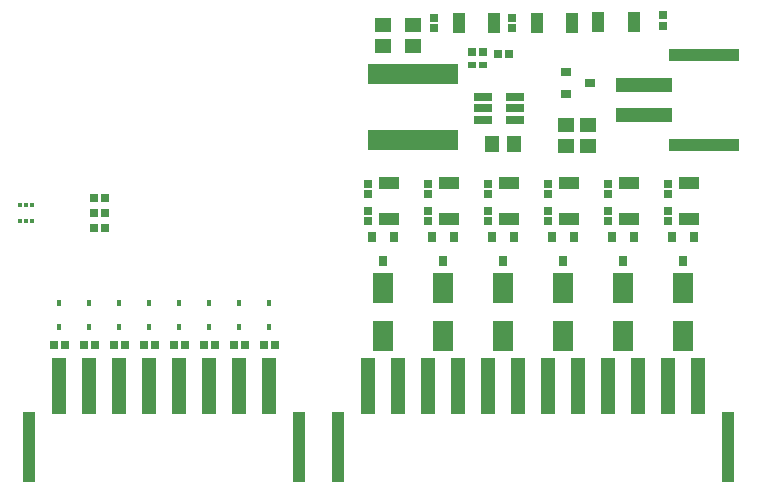
<source format=gtp>
G04 #@! TF.GenerationSoftware,KiCad,Pcbnew,5.1.4+dfsg1-1*
G04 #@! TF.CreationDate,2019-09-17T12:44:20+02:00*
G04 #@! TF.ProjectId,alpha,616c7068-612e-46b6-9963-61645f706362,rev?*
G04 #@! TF.SameCoordinates,Original*
G04 #@! TF.FileFunction,Paste,Top*
G04 #@! TF.FilePolarity,Positive*
%FSLAX46Y46*%
G04 Gerber Fmt 4.6, Leading zero omitted, Abs format (unit mm)*
G04 Created by KiCad (PCBNEW 5.1.4+dfsg1-1) date 2019-09-17 12:44:20*
%MOMM*%
%LPD*%
G04 APERTURE LIST*
%ADD10R,0.450000X0.600000*%
%ADD11R,1.300000X4.700000*%
%ADD12R,1.000000X6.000000*%
%ADD13R,6.000000X1.000000*%
%ADD14R,4.700000X1.300000*%
%ADD15R,7.700000X1.800000*%
%ADD16R,0.800000X0.900000*%
%ADD17R,1.560000X0.650000*%
%ADD18R,0.650000X0.650000*%
%ADD19R,1.450000X1.150000*%
%ADD20R,1.100000X1.750000*%
%ADD21R,1.750000X1.100000*%
%ADD22R,0.300000X0.450000*%
%ADD23R,1.800000X2.500000*%
%ADD24R,1.150000X1.450000*%
%ADD25R,0.650000X0.600000*%
%ADD26R,0.900000X0.800000*%
G04 APERTURE END LIST*
D10*
X23368000Y24418000D03*
X23368000Y22318000D03*
D11*
X5588000Y17354000D03*
X8128000Y17354000D03*
X10668000Y17354000D03*
X13208000Y17354000D03*
X15748000Y17354000D03*
X18288000Y17354000D03*
X20828000Y17354000D03*
X23368000Y17354000D03*
D12*
X3048000Y12204000D03*
X25908000Y12204000D03*
D13*
X60211000Y37732000D03*
D14*
X55061000Y40272000D03*
X55061000Y42812000D03*
D13*
X60211000Y45352000D03*
D11*
X31750000Y17354000D03*
X34290000Y17354000D03*
X36830000Y17354000D03*
X39370000Y17354000D03*
X41910000Y17354000D03*
X44450000Y17354000D03*
X46990000Y17354000D03*
X49530000Y17354000D03*
X52070000Y17354000D03*
X54610000Y17354000D03*
X57150000Y17354000D03*
X59690000Y17354000D03*
D12*
X29210000Y12204000D03*
X62230000Y12204000D03*
D15*
X35500000Y43800000D03*
X35500000Y38200000D03*
D16*
X33970000Y29956000D03*
X32070000Y29956000D03*
X33020000Y27956000D03*
X39050000Y29956000D03*
X37150000Y29956000D03*
X38100000Y27956000D03*
X44130000Y29956000D03*
X42230000Y29956000D03*
X43180000Y27956000D03*
X49210000Y29956000D03*
X47310000Y29956000D03*
X48260000Y27956000D03*
X54290000Y29956000D03*
X52390000Y29956000D03*
X53340000Y27956000D03*
X59370000Y29956000D03*
X57470000Y29956000D03*
X58420000Y27956000D03*
D17*
X44150000Y39907000D03*
X44150000Y40857000D03*
X44150000Y41807000D03*
X41450000Y41807000D03*
X41450000Y39907000D03*
X41450000Y40857000D03*
D18*
X31750000Y33586000D03*
X31750000Y34486000D03*
X36830000Y33586000D03*
X36830000Y34486000D03*
X41910000Y33586000D03*
X41910000Y34486000D03*
X46990000Y33586000D03*
X46990000Y34486000D03*
X52070000Y33586000D03*
X52070000Y34486000D03*
X57150000Y33586000D03*
X57150000Y34486000D03*
X22918000Y20828000D03*
X23818000Y20828000D03*
X20378000Y20828000D03*
X21278000Y20828000D03*
X17838000Y20828000D03*
X18738000Y20828000D03*
X15298000Y20828000D03*
X16198000Y20828000D03*
X12758000Y20828000D03*
X13658000Y20828000D03*
X10218000Y20828000D03*
X11118000Y20828000D03*
X7678000Y20828000D03*
X8578000Y20828000D03*
X5138000Y20828000D03*
X6038000Y20828000D03*
X9450000Y32000000D03*
X8550000Y32000000D03*
X9450000Y30750000D03*
X8550000Y30750000D03*
X9450000Y33250000D03*
X8550000Y33250000D03*
X43900000Y47650000D03*
X43900000Y48550000D03*
X37300000Y47650000D03*
X37300000Y48550000D03*
D19*
X50367000Y39486000D03*
X50367000Y37686000D03*
D20*
X54230000Y48146000D03*
X51230000Y48146000D03*
X46000000Y48100000D03*
X49000000Y48100000D03*
X39400000Y48100000D03*
X42400000Y48100000D03*
D18*
X31750000Y32200000D03*
X31750000Y31300000D03*
X36830000Y32200000D03*
X36830000Y31300000D03*
X41910000Y32200000D03*
X41910000Y31300000D03*
X46990000Y32200000D03*
X46990000Y31300000D03*
X52070000Y32200000D03*
X52070000Y31300000D03*
X57150000Y32200000D03*
X57150000Y31300000D03*
D21*
X33528000Y34520000D03*
X33528000Y31520000D03*
X38608000Y34520000D03*
X38608000Y31520000D03*
X43688000Y34520000D03*
X43688000Y31520000D03*
X48768000Y34520000D03*
X48768000Y31520000D03*
X53848000Y34520000D03*
X53848000Y31520000D03*
X58928000Y34520000D03*
X58928000Y31520000D03*
D18*
X56667000Y47823000D03*
X56667000Y48723000D03*
D22*
X3250000Y32700000D03*
X2250000Y32700000D03*
X3250000Y31300000D03*
X2750000Y32700000D03*
X2250000Y31300000D03*
X2750000Y31300000D03*
D23*
X33020000Y25622000D03*
X33020000Y21622000D03*
X38100000Y25622000D03*
X38100000Y21622000D03*
X43180000Y25622000D03*
X43180000Y21622000D03*
X48260000Y25622000D03*
X48260000Y21622000D03*
X58420000Y25622000D03*
X58420000Y21622000D03*
X53340000Y25622000D03*
X53340000Y21622000D03*
D24*
X42250000Y37857000D03*
X44050000Y37857000D03*
D19*
X48467000Y39486000D03*
X48467000Y37686000D03*
X35500000Y46100000D03*
X35500000Y47900000D03*
X33000000Y46100000D03*
X33000000Y47900000D03*
D18*
X40550000Y45606000D03*
X41450000Y45606000D03*
X42755000Y45479000D03*
X43655000Y45479000D03*
D25*
X40550000Y44500000D03*
X41450000Y44500000D03*
D26*
X48500000Y43950000D03*
X48500000Y42050000D03*
X50500000Y43000000D03*
D10*
X20828000Y24418000D03*
X20828000Y22318000D03*
X18288000Y22318000D03*
X18288000Y24418000D03*
X15748000Y22318000D03*
X15748000Y24418000D03*
X13208000Y24418000D03*
X13208000Y22318000D03*
X10668000Y22318000D03*
X10668000Y24418000D03*
X8128000Y24418000D03*
X8128000Y22318000D03*
X5588000Y22318000D03*
X5588000Y24418000D03*
M02*

</source>
